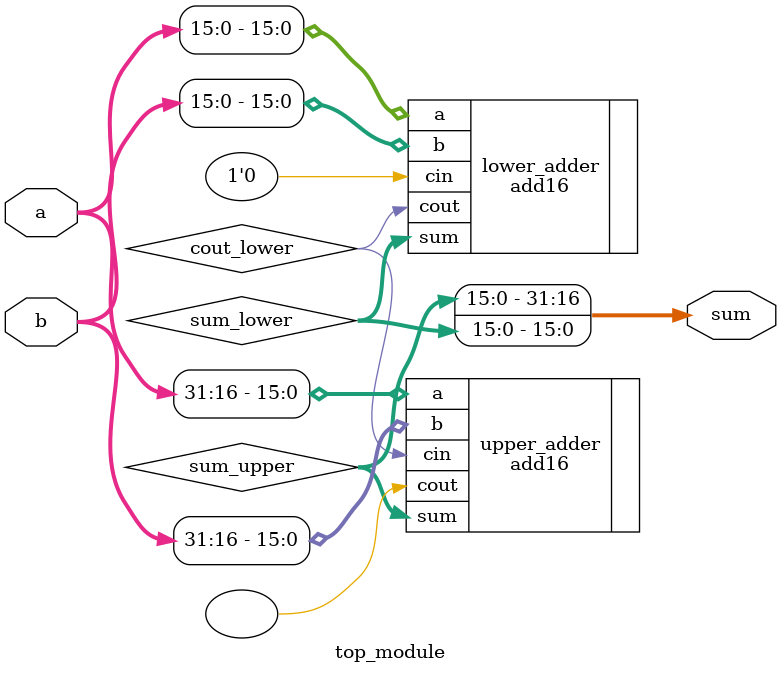
<source format=v>
module top_module(
    input [31:0] a,
    input [31:0] b,
    output [31:0] sum
);
    wire [15:0] sum_lower;
    wire [15:0] sum_upper;
    wire cout_lower;
    
    add16 lower_adder (
        .a(a[15:0]),
        .b(b[15:0]),
        .cin(1'b0),
        .sum(sum_lower),
        .cout(cout_lower)
    );
    
    add16 upper_adder (
        .a(a[31:16]),
        .b(b[31:16]),
        .cin(cout_lower),
        .sum(sum_upper),
        .cout()
    );
    
    assign sum = {sum_upper, sum_lower};
endmodule
</source>
